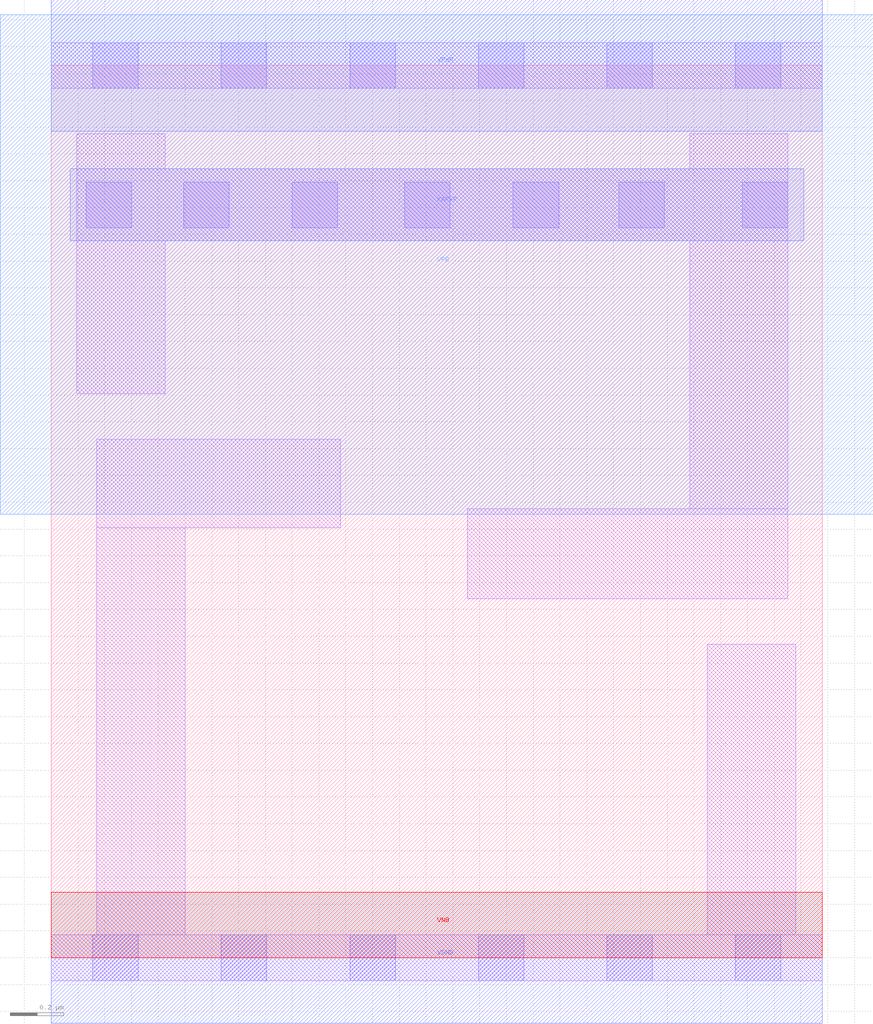
<source format=lef>
# Copyright 2020 The SkyWater PDK Authors
#
# Licensed under the Apache License, Version 2.0 (the "License");
# you may not use this file except in compliance with the License.
# You may obtain a copy of the License at
#
#     https://www.apache.org/licenses/LICENSE-2.0
#
# Unless required by applicable law or agreed to in writing, software
# distributed under the License is distributed on an "AS IS" BASIS,
# WITHOUT WARRANTIES OR CONDITIONS OF ANY KIND, either express or implied.
# See the License for the specific language governing permissions and
# limitations under the License.
#
# SPDX-License-Identifier: Apache-2.0

VERSION 5.7 ;
  NOWIREEXTENSIONATPIN ON ;
  DIVIDERCHAR "/" ;
  BUSBITCHARS "[]" ;
MACRO sky130_fd_sc_lp__decapkapwr_6
  CLASS CORE SPACER ;
  FOREIGN sky130_fd_sc_lp__decapkapwr_6 ;
  ORIGIN  0.000000  0.000000 ;
  SIZE  2.880000 BY  3.330000 ;
  SYMMETRY X Y R90 ;
  SITE unit ;
  PIN KAPWR
    DIRECTION INOUT ;
    USE POWER ;
    PORT
      LAYER met1 ;
        RECT 0.070000 2.675000 2.810000 2.945000 ;
    END
  END KAPWR
  PIN VGND
    DIRECTION INOUT ;
    USE GROUND ;
    PORT
      LAYER met1 ;
        RECT 0.000000 -0.245000 2.880000 0.245000 ;
    END
  END VGND
  PIN VNB
    DIRECTION INOUT ;
    USE GROUND ;
    PORT
      LAYER pwell ;
        RECT 0.000000 0.000000 2.880000 0.245000 ;
    END
  END VNB
  PIN VPB
    DIRECTION INOUT ;
    USE POWER ;
    PORT
      LAYER nwell ;
        RECT -0.190000 1.655000 3.070000 3.520000 ;
    END
  END VPB
  PIN VPWR
    DIRECTION INOUT ;
    USE POWER ;
    PORT
      LAYER met1 ;
        RECT 0.000000 3.085000 2.880000 3.575000 ;
    END
  END VPWR
  OBS
    LAYER li1 ;
      RECT 0.000000 -0.085000 2.880000 0.085000 ;
      RECT 0.000000  3.245000 2.880000 3.415000 ;
      RECT 0.095000  2.105000 0.425000 2.675000 ;
      RECT 0.095000  2.675000 2.750000 2.945000 ;
      RECT 0.095000  2.945000 0.425000 3.075000 ;
      RECT 0.170000  0.085000 0.500000 1.605000 ;
      RECT 0.170000  1.605000 1.080000 1.935000 ;
      RECT 1.555000  1.340000 2.750000 1.675000 ;
      RECT 2.385000  1.675000 2.750000 2.675000 ;
      RECT 2.385000  2.945000 2.750000 3.075000 ;
      RECT 2.450000  0.085000 2.780000 1.170000 ;
    LAYER mcon ;
      RECT 0.130000  2.725000 0.300000 2.895000 ;
      RECT 0.155000 -0.085000 0.325000 0.085000 ;
      RECT 0.155000  3.245000 0.325000 3.415000 ;
      RECT 0.495000  2.725000 0.665000 2.895000 ;
      RECT 0.635000 -0.085000 0.805000 0.085000 ;
      RECT 0.635000  3.245000 0.805000 3.415000 ;
      RECT 0.900000  2.725000 1.070000 2.895000 ;
      RECT 1.115000 -0.085000 1.285000 0.085000 ;
      RECT 1.115000  3.245000 1.285000 3.415000 ;
      RECT 1.320000  2.725000 1.490000 2.895000 ;
      RECT 1.595000 -0.085000 1.765000 0.085000 ;
      RECT 1.595000  3.245000 1.765000 3.415000 ;
      RECT 1.725000  2.725000 1.895000 2.895000 ;
      RECT 2.075000 -0.085000 2.245000 0.085000 ;
      RECT 2.075000  3.245000 2.245000 3.415000 ;
      RECT 2.120000  2.725000 2.290000 2.895000 ;
      RECT 2.555000 -0.085000 2.725000 0.085000 ;
      RECT 2.555000  3.245000 2.725000 3.415000 ;
      RECT 2.580000  2.725000 2.750000 2.895000 ;
  END
END sky130_fd_sc_lp__decapkapwr_6
END LIBRARY

</source>
